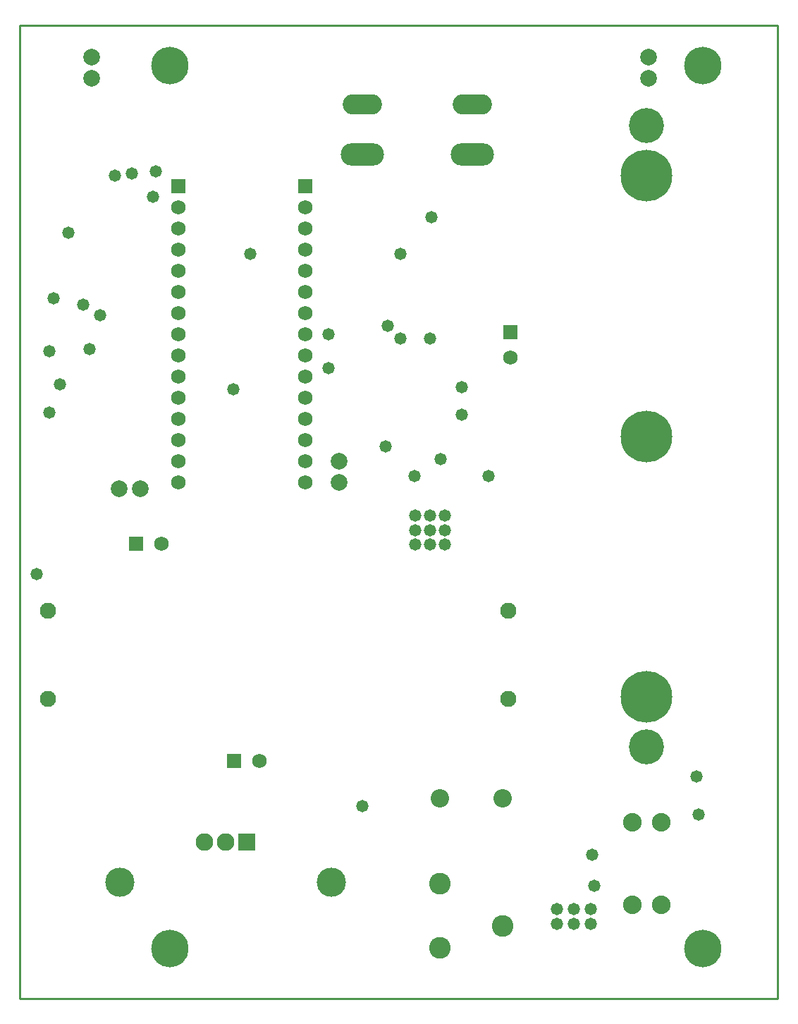
<source format=gbs>
G04*
G04 #@! TF.GenerationSoftware,Altium Limited,Altium Designer,22.1.2 (22)*
G04*
G04 Layer_Color=16711935*
%FSLAX25Y25*%
%MOIN*%
G70*
G04*
G04 #@! TF.SameCoordinates,1FBEEAC3-0BD1-4FD0-85FF-EBB5E8CC558E*
G04*
G04*
G04 #@! TF.FilePolarity,Negative*
G04*
G01*
G75*
%ADD12C,0.01000*%
%ADD57R,0.06824X0.06824*%
%ADD58C,0.06824*%
%ADD59C,0.16548*%
%ADD60O,0.20485X0.10642*%
%ADD61O,0.18517X0.09658*%
%ADD62C,0.17729*%
%ADD63C,0.08800*%
%ADD64C,0.07887*%
%ADD65C,0.07690*%
%ADD66R,0.08359X0.08359*%
%ADD67C,0.08359*%
%ADD68C,0.13800*%
%ADD69C,0.08674*%
%ADD70C,0.10249*%
%ADD71R,0.06800X0.06800*%
%ADD72C,0.06800*%
%ADD73R,0.06800X0.06800*%
%ADD74C,0.05800*%
%ADD75C,0.24422*%
D12*
X358268Y460000D02*
X358268Y0D01*
X0D02*
X358268D01*
X-0Y460000D02*
X0Y0D01*
Y460000D02*
X358268D01*
D57*
X75000Y384000D02*
D03*
X135000D02*
D03*
D58*
X75000Y374000D02*
D03*
X135000D02*
D03*
X75000Y364000D02*
D03*
X135000D02*
D03*
X75000Y354000D02*
D03*
X135000D02*
D03*
X75000Y344000D02*
D03*
X135000D02*
D03*
X75000Y334000D02*
D03*
X135000D02*
D03*
X75000Y324000D02*
D03*
X135000D02*
D03*
X75000Y314000D02*
D03*
X135000D02*
D03*
X75000Y304000D02*
D03*
X135000D02*
D03*
X75000Y294000D02*
D03*
X135000D02*
D03*
X75000Y284000D02*
D03*
X135000D02*
D03*
X75000Y274000D02*
D03*
X135000D02*
D03*
X75000Y264000D02*
D03*
X135000D02*
D03*
X75000Y254000D02*
D03*
X135000D02*
D03*
X75000Y244000D02*
D03*
X135000D02*
D03*
D59*
X296260Y118898D02*
D03*
Y412598D02*
D03*
D60*
X162000Y399000D02*
D03*
X214000D02*
D03*
D61*
X162000Y422622D02*
D03*
X214000D02*
D03*
D62*
X322835Y23622D02*
D03*
X70866D02*
D03*
X322835Y440945D02*
D03*
X70866D02*
D03*
D63*
X303150Y44291D02*
D03*
Y83291D02*
D03*
X289650D02*
D03*
Y44291D02*
D03*
D64*
X297244Y444882D02*
D03*
Y434882D02*
D03*
X151000Y244000D02*
D03*
Y254000D02*
D03*
X34000Y434882D02*
D03*
Y444882D02*
D03*
X47000Y241000D02*
D03*
X57000D02*
D03*
D65*
X230807Y141732D02*
D03*
X13287D02*
D03*
X230807Y183232D02*
D03*
X13287D02*
D03*
D66*
X107244Y73819D02*
D03*
D67*
X97244D02*
D03*
X87244D02*
D03*
D68*
X47244Y55118D02*
D03*
X147244D02*
D03*
D69*
X198425Y94488D02*
D03*
X228346D02*
D03*
D70*
Y34252D02*
D03*
X198425Y54331D02*
D03*
Y24016D02*
D03*
D71*
X55000Y215000D02*
D03*
X101189Y112205D02*
D03*
D72*
X67000Y215000D02*
D03*
X113189Y112205D02*
D03*
X232000Y303000D02*
D03*
D73*
Y315000D02*
D03*
D74*
X194000Y312000D02*
D03*
X180000D02*
D03*
X174000Y318000D02*
D03*
X180000Y352000D02*
D03*
X194587Y369193D02*
D03*
X186516Y246850D02*
D03*
X320000Y105000D02*
D03*
X53000Y390000D02*
D03*
X63000Y379000D02*
D03*
X45000Y389000D02*
D03*
X64103Y391036D02*
D03*
X109000Y352000D02*
D03*
X16000Y331000D02*
D03*
X38000Y323000D02*
D03*
X30000Y328000D02*
D03*
X23000Y361873D02*
D03*
X321000Y87000D02*
D03*
X7874Y200787D02*
D03*
X271654Y53150D02*
D03*
X270669Y67913D02*
D03*
X269685Y35433D02*
D03*
Y42323D02*
D03*
X261811D02*
D03*
Y35433D02*
D03*
X253937D02*
D03*
Y42323D02*
D03*
X161756Y91000D02*
D03*
X18701Y290354D02*
D03*
X14000Y277000D02*
D03*
Y306000D02*
D03*
X146000Y314000D02*
D03*
X173000Y261000D02*
D03*
X209000Y289000D02*
D03*
Y276000D02*
D03*
X199000Y255000D02*
D03*
X146000Y298000D02*
D03*
X101000Y288000D02*
D03*
X33000Y307000D02*
D03*
X221457Y247047D02*
D03*
X200787Y214567D02*
D03*
Y221457D02*
D03*
Y228346D02*
D03*
X193898Y214567D02*
D03*
Y221457D02*
D03*
Y228346D02*
D03*
X187008Y214567D02*
D03*
Y221457D02*
D03*
Y228346D02*
D03*
D75*
X296260Y388976D02*
D03*
Y142520D02*
D03*
Y265748D02*
D03*
M02*

</source>
